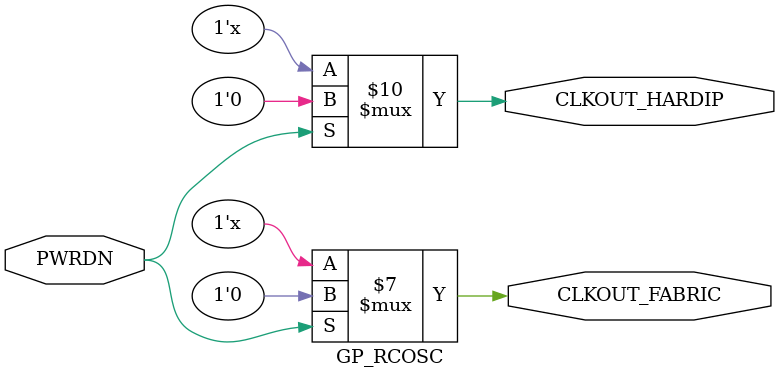
<source format=v>
module GP_RCOSC(input PWRDN, output reg CLKOUT_HARDIP, output reg CLKOUT_FABRIC);
	parameter PWRDN_EN = 0;
	parameter AUTO_PWRDN = 0;
	parameter HARDIP_DIV = 1;
	parameter FABRIC_DIV = 1;
	parameter OSC_FREQ = "25k";
	initial CLKOUT_HARDIP = 0;
	initial CLKOUT_FABRIC = 0;
	always begin
		if(PWRDN) begin
			CLKOUT_HARDIP = 0;
			CLKOUT_FABRIC = 0;
		end
		else begin
			if(OSC_FREQ == "25k") begin
				#20000;
			end
			else begin
				#250;
			end
			CLKOUT_HARDIP = ~CLKOUT_HARDIP;
			CLKOUT_FABRIC = ~CLKOUT_FABRIC;
		end
	end
endmodule
</source>
